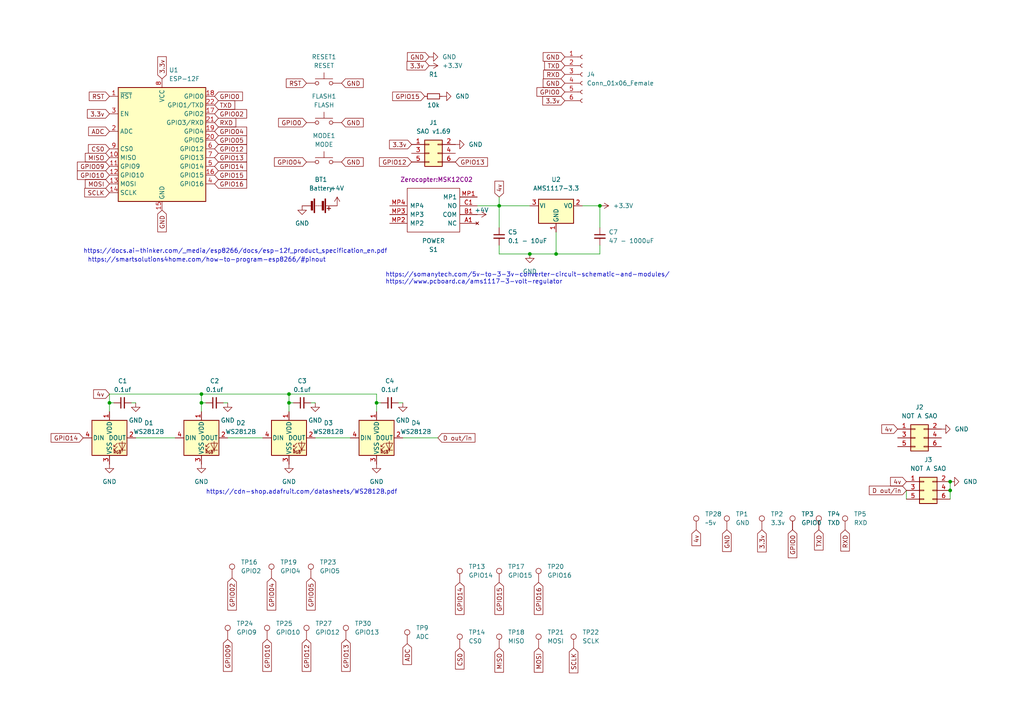
<source format=kicad_sch>
(kicad_sch (version 20211123) (generator eeschema)
  (paper "A4")
  (title_block (title "WICCON 2023 Badge") (date "2023-08-26") (rev "1.0"))
  (lib_symbols
    (symbol "Connector:Conn_01x06_Female" (pin_names (offset 1.016) hide)
      (property "Reference" "J" (at 0 7.62 0))
      (property "Value" "Conn_01x06_Female" (at 0 -10.16 0))
      (symbol "Conn_01x06_Female_1_1"
        (arc (start 0 -7.112) (mid -0.508 -7.62) (end 0 -8.128) (stroke (width 0.1524)))
        (arc (start 0 -4.572) (mid -0.508 -5.08) (end 0 -5.588) (stroke (width 0.1524)))
        (arc (start 0 -2.032) (mid -0.508 -2.54) (end 0 -3.048) (stroke (width 0.1524)))
        (polyline (pts (xy -1.27 -7.62) (xy -0.508 -7.62)) (stroke (width 0.1524)))
        (polyline (pts (xy -1.27 -5.08) (xy -0.508 -5.08)) (stroke (width 0.1524)))
        (polyline (pts (xy -1.27 -2.54) (xy -0.508 -2.54)) (stroke (width 0.1524)))
        (polyline (pts (xy -1.27 0) (xy -0.508 0)) (stroke (width 0.1524)))
        (polyline (pts (xy -1.27 2.54) (xy -0.508 2.54)) (stroke (width 0.1524)))
        (polyline (pts (xy -1.27 5.08) (xy -0.508 5.08)) (stroke (width 0.1524)))
        (arc (start 0 0.508) (mid -0.508 0) (end 0 -0.508) (stroke (width 0.1524)))
        (arc (start 0 3.048) (mid -0.508 2.54) (end 0 2.032) (stroke (width 0.1524)))
        (arc (start 0 5.588) (mid -0.508 5.08) (end 0 4.572) (stroke (width 0.1524)))
        (pin passive line (at -5.08 5.08 0) (length 3.81) (name "Pin_1") (number "1"))
        (pin passive line (at -5.08 2.54 0) (length 3.81) (name "Pin_2") (number "2"))
        (pin passive line (at -5.08 0 0) (length 3.81) (name "Pin_3") (number "3"))
        (pin passive line (at -5.08 -2.54 0) (length 3.81) (name "Pin_4") (number "4"))
        (pin passive line (at -5.08 -5.08 0) (length 3.81) (name "Pin_5") (number "5"))
        (pin passive line (at -5.08 -7.62 0) (length 3.81) (name "Pin_6") (number "6"))
      )
    )
    (symbol "Connector:TestPoint" (pin_numbers hide) (pin_names (offset 0.762) hide)
      (property "Reference" "TP" (at 0 6.858 0))
      (property "Value" "TestPoint" (at 0 5.08 0))
      (symbol "TestPoint_0_1"
        (circle (center 0 3.302) (radius 0.762))
      )
      (symbol "TestPoint_1_1"
        (pin passive line (at 0 0 90) (length 2.54) (name "1") (number "1"))
      )
    )
    (symbol "Connector_Generic:Conn_02x03_Odd_Even" (pin_names (offset 1.016) hide)
      (property "Reference" "J" (at 1.27 5.08 0))
      (property "Value" "Conn_02x03_Odd_Even" (at 1.27 -5.08 0))
      (symbol "Conn_02x03_Odd_Even_1_1"
        (rectangle (start -1.27 -2.413) (end 0 -2.667) (stroke (width 0.1524)))
        (rectangle (start -1.27 0.127) (end 0 -0.127) (stroke (width 0.1524)))
        (rectangle (start -1.27 2.667) (end 0 2.413) (stroke (width 0.1524)))
        (rectangle (start -1.27 3.81) (end 3.81 -3.81) (stroke (width 0.254)) (fill (type background)))
        (rectangle (start 3.81 -2.413) (end 2.54 -2.667) (stroke (width 0.1524)))
        (rectangle (start 3.81 0.127) (end 2.54 -0.127) (stroke (width 0.1524)))
        (rectangle (start 3.81 2.667) (end 2.54 2.413) (stroke (width 0.1524)))
        (pin passive line (at -5.08 2.54 0) (length 3.81) (name "Pin_1") (number "1"))
        (pin passive line (at 7.62 2.54 180) (length 3.81) (name "Pin_2") (number "2"))
        (pin passive line (at -5.08 0 0) (length 3.81) (name "Pin_3") (number "3"))
        (pin passive line (at 7.62 0 180) (length 3.81) (name "Pin_4") (number "4"))
        (pin passive line (at -5.08 -2.54 0) (length 3.81) (name "Pin_5") (number "5"))
        (pin passive line (at 7.62 -2.54 180) (length 3.81) (name "Pin_6") (number "6"))
      )
    )
    (symbol "Device:Battery" (pin_numbers hide) (pin_names (offset 0) hide)
      (property "Reference" "BT" (at 2.54 2.54 0))
      (property "Value" "Battery" (at 2.54 0 0))
      (symbol "Battery_0_1"
        (rectangle (start -2.032 -1.397) (end 2.032 -1.651) (fill (type outline)))
        (rectangle (start -2.032 1.778) (end 2.032 1.524) (fill (type outline)))
        (rectangle (start -1.3208 -1.9812) (end 1.27 -2.4892) (fill (type outline)))
        (rectangle (start -1.3208 1.1938) (end 1.27 0.6858) (fill (type outline)))
        (polyline (pts (xy 0 -1.524) (xy 0 -1.27)))
        (polyline (pts (xy 0 -1.016) (xy 0 -0.762)))
        (polyline (pts (xy 0 -0.508) (xy 0 -0.254)))
        (polyline (pts (xy 0 0) (xy 0 0.254)))
        (polyline (pts (xy 0 0.508) (xy 0 0.762)))
        (polyline (pts (xy 0 1.778) (xy 0 2.54)))
        (polyline (pts (xy 0.254 2.667) (xy 1.27 2.667)) (stroke (width 0.254)))
        (polyline (pts (xy 0.762 3.175) (xy 0.762 2.159)) (stroke (width 0.254)))
      )
      (symbol "Battery_1_1"
        (pin passive line (at 0 5.08 270) (length 2.54) (name "+") (number "1"))
        (pin passive line (at 0 -5.08 90) (length 2.54) (name "-") (number "2"))
      )
    )
    (symbol "Device:C_Small" (pin_numbers hide) (pin_names (offset 0.254) hide)
      (property "Reference" "C" (at 0.254 1.778 0))
      (property "Value" "C_Small" (at 0.254 -2.032 0))
      (symbol "C_Small_0_1"
        (polyline (pts (xy -1.524 -0.508) (xy 1.524 -0.508)) (stroke (width 0.3302)))
        (polyline (pts (xy -1.524 0.508) (xy 1.524 0.508)) (stroke (width 0.3048)))
      )
      (symbol "C_Small_1_1"
        (pin passive line (at 0 2.54 270) (length 2.032) (name "~") (number "1"))
        (pin passive line (at 0 -2.54 90) (length 2.032) (name "~") (number "2"))
      )
    )
    (symbol "Device:R_Small" (pin_numbers hide) (pin_names (offset 0.254) hide)
      (property "Reference" "R" (at 0.762 0.508 0))
      (property "Value" "R_Small" (at 0.762 -1.016 0))
      (symbol "R_Small_0_1"
        (rectangle (start -0.762 1.778) (end 0.762 -1.778) (stroke (width 0.2032)))
      )
      (symbol "R_Small_1_1"
        (pin passive line (at 0 2.54 270) (length 0.762) (name "~") (number "1"))
        (pin passive line (at 0 -2.54 90) (length 0.762) (name "~") (number "2"))
      )
    )
    (symbol "LED:WS2812B" (pin_names (offset 0.254))
      (property "Reference" "D" (at 5.08 5.715 0))
      (property "Value" "WS2812B" (at 1.27 -5.715 0))
      (symbol "WS2812B_0_0"
        (text "RGB" (at 2.286 -4.191 0) (effects (font (size 0.762 0.762))))
      )
      (symbol "WS2812B_0_1"
        (polyline (pts (xy 1.27 -3.556) (xy 1.778 -3.556)))
        (polyline (pts (xy 1.27 -2.54) (xy 1.778 -2.54)))
        (polyline (pts (xy 4.699 -3.556) (xy 2.667 -3.556)))
        (polyline (pts (xy 2.286 -2.54) (xy 1.27 -3.556) (xy 1.27 -3.048)))
        (polyline (pts (xy 2.286 -1.524) (xy 1.27 -2.54) (xy 1.27 -2.032)))
        (polyline (pts (xy 3.683 -1.016) (xy 3.683 -3.556) (xy 3.683 -4.064)))
        (polyline (pts (xy 4.699 -1.524) (xy 2.667 -1.524) (xy 3.683 -3.556) (xy 4.699 -1.524)))
        (rectangle (start 5.08 5.08) (end -5.08 -5.08) (stroke (width 0.254)) (fill (type background)))
      )
      (symbol "WS2812B_1_1"
        (pin power_in line (at 0 7.62 270) (length 2.54) (name "VDD") (number "1"))
        (pin output line (at 7.62 0 180) (length 2.54) (name "DOUT") (number "2"))
        (pin power_in line (at 0 -7.62 90) (length 2.54) (name "VSS") (number "3"))
        (pin input line (at -7.62 0 0) (length 2.54) (name "DIN") (number "4"))
      )
    )
    (symbol "MSK12C02:MSK12C02" (pin_names (offset 0.762))
      (property "Reference" "S" (at 21.59 7.62 0))
      (property "Value" "MSK12C02" (at 21.59 5.08 0))
      (symbol "MSK12C02_0_0"
        (pin no_connect line (at 0 0 0) (length 5.08) (name "NC") (number "A1"))
        (pin passive line (at 0 -2.54 0) (length 5.08) (name "COM") (number "B1"))
        (pin passive line (at 0 -5.08 0) (length 5.08) (name "NO") (number "C1"))
        (pin passive line (at 0 -7.62 0) (length 5.08) (name "MP1") (number "MP1"))
        (pin passive line (at 25.4 0 180) (length 5.08) (name "MP2") (number "MP2"))
        (pin passive line (at 25.4 -2.54 180) (length 5.08) (name "MP3") (number "MP3"))
        (pin passive line (at 25.4 -5.08 180) (length 5.08) (name "MP4") (number "MP4"))
      )
      (symbol "MSK12C02_0_1"
        (polyline (pts (xy 5.08 2.54) (xy 20.32 2.54) (xy 20.32 -10.16) (xy 5.08 -10.16) (xy 5.08 2.54)) (stroke (width 0.1524)))
      )
    )
    (symbol "RF_Module:ESP-12F"
      (property "Reference" "U" (at -12.7 19.05 0))
      (property "Value" "ESP-12F" (at 12.7 19.05 0))
      (symbol "ESP-12F_0_1"
        (rectangle (start -12.7 17.78) (end 12.7 -15.24) (stroke (width 0.254)) (fill (type background)))
      )
      (symbol "ESP-12F_1_1"
        (pin input line (at -15.24 15.24 0) (length 2.54) (name "~{RST}") (number "1"))
        (pin bidirectional line (at -15.24 -2.54 0) (length 2.54) (name "MISO") (number "10"))
        (pin bidirectional line (at -15.24 -5.08 0) (length 2.54) (name "GPIO9") (number "11"))
        (pin bidirectional line (at -15.24 -7.62 0) (length 2.54) (name "GPIO10") (number "12"))
        (pin bidirectional line (at -15.24 -10.16 0) (length 2.54) (name "MOSI") (number "13"))
        (pin bidirectional line (at -15.24 -12.7 0) (length 2.54) (name "SCLK") (number "14"))
        (pin power_in line (at 0 -17.78 90) (length 2.54) (name "GND") (number "15"))
        (pin bidirectional line (at 15.24 -7.62 180) (length 2.54) (name "GPIO15") (number "16"))
        (pin bidirectional line (at 15.24 10.16 180) (length 2.54) (name "GPIO2") (number "17"))
        (pin bidirectional line (at 15.24 15.24 180) (length 2.54) (name "GPIO0") (number "18"))
        (pin bidirectional line (at 15.24 5.08 180) (length 2.54) (name "GPIO4") (number "19"))
        (pin input line (at -15.24 5.08 0) (length 2.54) (name "ADC") (number "2"))
        (pin bidirectional line (at 15.24 2.54 180) (length 2.54) (name "GPIO5") (number "20"))
        (pin bidirectional line (at 15.24 7.62 180) (length 2.54) (name "GPIO3/RXD") (number "21"))
        (pin bidirectional line (at 15.24 12.7 180) (length 2.54) (name "GPIO1/TXD") (number "22"))
        (pin input line (at -15.24 10.16 0) (length 2.54) (name "EN") (number "3"))
        (pin bidirectional line (at 15.24 -10.16 180) (length 2.54) (name "GPIO16") (number "4"))
        (pin bidirectional line (at 15.24 -5.08 180) (length 2.54) (name "GPIO14") (number "5"))
        (pin bidirectional line (at 15.24 0 180) (length 2.54) (name "GPIO12") (number "6"))
        (pin bidirectional line (at 15.24 -2.54 180) (length 2.54) (name "GPIO13") (number "7"))
        (pin power_in line (at 0 20.32 270) (length 2.54) (name "VCC") (number "8"))
        (pin input line (at -15.24 0 0) (length 2.54) (name "CS0") (number "9"))
      )
    )
    (symbol "Regulator_Linear:AMS1117-3.3" (pin_names (offset 0.254))
      (property "Reference" "U" (at -3.81 3.175 0))
      (property "Value" "AMS1117-3.3" (at 0 3.175 0))
      (symbol "AMS1117-3.3_0_1"
        (rectangle (start -5.08 -5.08) (end 5.08 1.905) (stroke (width 0.254)) (fill (type background)))
      )
      (symbol "AMS1117-3.3_1_1"
        (pin power_in line (at 0 -7.62 90) (length 2.54) (name "GND") (number "1"))
        (pin power_out line (at 7.62 0 180) (length 2.54) (name "VO") (number "2"))
        (pin power_in line (at -7.62 0 0) (length 2.54) (name "VI") (number "3"))
      )
    )
    (symbol "Switch:SW_Push" (pin_numbers hide) (pin_names (offset 1.016) hide)
      (property "Reference" "SW" (at 1.27 2.54 0))
      (property "Value" "SW_Push" (at 0 -1.524 0))
      (symbol "SW_Push_0_1"
        (circle (center -2.032 0) (radius 0.508))
        (polyline (pts (xy 0 1.27) (xy 0 3.048)))
        (polyline (pts (xy 2.54 1.27) (xy -2.54 1.27)))
        (circle (center 2.032 0) (radius 0.508))
        (pin passive line (at -5.08 0 0) (length 2.54) (name "1") (number "1"))
        (pin passive line (at 5.08 0 180) (length 2.54) (name "2") (number "2"))
      )
    )
    (symbol "power:+3.3V" (power) (pin_names (offset 0))
      (property "Value" "+3.3V" (at 0 3.556 0))
      (symbol "+3.3V_0_1"
        (polyline (pts (xy -0.762 1.27) (xy 0 2.54)))
        (polyline (pts (xy 0 0) (xy 0 2.54)))
        (polyline (pts (xy 0 2.54) (xy 0.762 1.27)))
      )
      (symbol "+3.3V_1_1"
        (pin power_in line (at 0 0 90) (length 0) hide (name "+3.3V") (number "1"))
      )
    )
    (symbol "power:+4V" (power) (pin_names (offset 0))
      (property "Value" "+4V" (at 0 3.556 0))
      (symbol "+4V_0_1"
        (polyline (pts (xy -0.762 1.27) (xy 0 2.54)))
        (polyline (pts (xy 0 0) (xy 0 2.54)))
        (polyline (pts (xy 0 2.54) (xy 0.762 1.27)))
      )
      (symbol "+4V_1_1"
        (pin power_in line (at 0 0 90) (length 0) hide (name "+4V") (number "1"))
      )
    )
    (symbol "power:GND" (power) (pin_names (offset 0))
      (property "Value" "GND" (at 0 -3.81 0))
      (symbol "GND_0_1"
        (polyline (pts (xy 0 0) (xy 0 -1.27) (xy 1.27 -1.27) (xy 0 -2.54) (xy -1.27 -1.27) (xy 0 -1.27)))
      )
      (symbol "GND_1_1"
        (pin power_in line (at 0 0 270) (length 0) hide (name "GND") (number "1"))
      )
    )
  )
  (junction (at 144.78 59.69))
  (junction (at 275.59 139.7))
  (junction (at 31.75 116.84))
  (junction (at 109.22 116.84))
  (junction (at 83.82 116.84))
  (junction (at 161.29 73.66))
  (junction (at 58.42 114.3))
  (junction (at 83.82 114.3))
  (junction (at 275.59 142.24))
  (junction (at 153.67 73.66))
  (junction (at 58.42 116.84))
  (junction (at 173.99 59.69))
  (wire (pts (xy 173.99 71.12) (xy 173.99 73.66)))
  (wire (pts (xy 144.78 73.66) (xy 144.78 71.12)))
  (wire (pts (xy 144.78 59.69) (xy 144.78 66.04)))
  (wire (pts (xy 31.75 114.3) (xy 58.42 114.3)))
  (wire (pts (xy 66.04 127) (xy 76.2 127)))
  (wire (pts (xy 31.75 116.84) (xy 31.75 119.38)))
  (wire (pts (xy 39.37 116.84) (xy 38.1 116.84)))
  (wire (pts (xy 58.42 114.3) (xy 83.82 114.3)))
  (wire (pts (xy 39.37 127) (xy 50.8 127)))
  (wire (pts (xy 153.67 73.66) (xy 161.29 73.66)))
  (wire (pts (xy 144.78 59.69) (xy 153.67 59.69)))
  (wire (pts (xy 91.44 127) (xy 101.6 127)))
  (wire (pts (xy 161.29 73.66) (xy 173.99 73.66)))
  (wire (pts (xy 58.42 116.84) (xy 58.42 119.38)))
  (wire (pts (xy 116.84 116.84) (xy 115.57 116.84)))
  (wire (pts (xy 85.09 116.84) (xy 83.82 116.84)))
  (wire (pts (xy 83.82 114.3) (xy 109.22 114.3)))
  (wire (pts (xy 168.91 59.69) (xy 173.99 59.69)))
  (wire (pts (xy 161.29 67.31) (xy 161.29 73.66)))
  (wire (pts (xy 59.69 116.84) (xy 58.42 116.84)))
  (wire (pts (xy 275.59 139.7) (xy 275.59 142.24)))
  (wire (pts (xy 144.78 57.15) (xy 144.78 59.69)))
  (wire (pts (xy 109.22 116.84) (xy 109.22 119.38)))
  (wire (pts (xy 109.22 114.3) (xy 109.22 116.84)))
  (wire (pts (xy 31.75 114.3) (xy 31.75 116.84)))
  (wire (pts (xy 83.82 116.84) (xy 83.82 119.38)))
  (wire (pts (xy 275.59 142.24) (xy 275.59 144.78)))
  (wire (pts (xy 138.43 59.69) (xy 144.78 59.69)))
  (wire (pts (xy 262.89 142.24) (xy 262.89 144.78)))
  (wire (pts (xy 116.84 127) (xy 127 127)))
  (wire (pts (xy 66.04 116.84) (xy 64.77 116.84)))
  (wire (pts (xy 110.49 116.84) (xy 109.22 116.84)))
  (wire (pts (xy 144.78 73.66) (xy 153.67 73.66)))
  (wire (pts (xy 91.44 116.84) (xy 90.17 116.84)))
  (wire (pts (xy 58.42 114.3) (xy 58.42 116.84)))
  (wire (pts (xy 33.02 116.84) (xy 31.75 116.84)))
  (wire (pts (xy 83.82 114.3) (xy 83.82 116.84)))
  (wire (pts (xy 173.99 66.04) (xy 173.99 59.69)))
  (text "https://somanytech.com/5v-to-3-3v-converter-circuit-schematic-and-modules/\nhttps://www.pcboard.ca/ams1117-3-volt-regulator\n" (at 111.76 82.55 0) (effects (font (size 1.27 1.27)) (justify left bottom)))
  (text "https://docs.ai-thinker.com/_media/esp8266/docs/esp-12f_product_specification_en.pdf" (at 24.13 73.66 0) (effects (font (size 1.27 1.27)) (justify left bottom)))
  (text "https://smartsolutions4home.com/how-to-program-esp8266/#pinout" (at 25.4 76.2 0) (effects (font (size 1.27 1.27)) (justify left bottom)))
  (text "https://cdn-shop.adafruit.com/datasheets/WS2812B.pdf" (at 59.69 143.51 0) (effects (font (size 1.27 1.27)) (justify left bottom)))
  (global_label "3.3v" (shape input) (at 220.98 153.67 270) (property "Intersheet References" "${INTERSHEET_REFS}" (effects hide)))
  (global_label "RXD" (shape input) (at 62.23 35.56 0) (property "Intersheet References" "${INTERSHEET_REFS}" (effects hide)))
  (global_label "4v" (shape input) (at 31.75 114.3 180) (property "Intersheet References" "${INTERSHEET_REFS}" (effects hide)))
  (global_label "TXD" (shape input) (at 237.49 153.67 270) (property "Intersheet References" "${INTERSHEET_REFS}" (effects hide)))
  (global_label "3.3v" (shape input) (at 163.83 29.21 180) (property "Intersheet References" "${INTERSHEET_REFS}" (effects hide)))
  (global_label "GPIO02" (shape input) (at 62.23 33.02 0) (property "Intersheet References" "${INTERSHEET_REFS}" (effects hide)))
  (global_label "GND" (shape input) (at 46.99 60.96 270) (property "Intersheet References" "${INTERSHEET_REFS}" (effects hide)))
  (global_label "GPIO16" (shape input) (at 156.21 168.91 270) (property "Intersheet References" "${INTERSHEET_REFS}" (effects hide)))
  (global_label "TXD" (shape input) (at 163.83 19.05 180) (property "Intersheet References" "${INTERSHEET_REFS}" (effects hide)))
  (global_label "SCLK" (shape input) (at 166.37 187.96 270) (property "Intersheet References" "${INTERSHEET_REFS}" (effects hide)))
  (global_label "GPIO16" (shape input) (at 62.23 53.34 0) (property "Intersheet References" "${INTERSHEET_REFS}" (effects hide)))
  (global_label "D out{slash}in" (shape input) (at 127 127 0) (property "Intersheet References" "${INTERSHEET_REFS}" (effects hide)))
  (global_label "3.3v" (shape input) (at 31.75 33.02 180) (property "Intersheet References" "${INTERSHEET_REFS}" (effects hide)))
  (global_label "GPIO15" (shape input) (at 123.19 27.94 180) (property "Intersheet References" "${INTERSHEET_REFS}" (effects hide)))
  (global_label "GPIO12" (shape input) (at 119.38 46.99 180) (property "Intersheet References" "${INTERSHEET_REFS}" (effects hide)))
  (global_label "MISO" (shape input) (at 144.78 187.96 270) (property "Intersheet References" "${INTERSHEET_REFS}" (effects hide)))
  (global_label "GND" (shape input) (at 163.83 24.13 180) (property "Intersheet References" "${INTERSHEET_REFS}" (effects hide)))
  (global_label "GPIO05" (shape input) (at 90.17 167.64 270) (property "Intersheet References" "${INTERSHEET_REFS}" (effects hide)))
  (global_label "MISO" (shape input) (at 31.75 45.72 180) (property "Intersheet References" "${INTERSHEET_REFS}" (effects hide)))
  (global_label "GND" (shape input) (at 124.46 16.51 180) (property "Intersheet References" "${INTERSHEET_REFS}" (effects hide)))
  (global_label "GPIO02" (shape input) (at 67.31 167.64 270) (property "Intersheet References" "${INTERSHEET_REFS}" (effects hide)))
  (global_label "GPIO04" (shape input) (at 62.23 38.1 0) (property "Intersheet References" "${INTERSHEET_REFS}" (effects hide)))
  (global_label "GPIO0" (shape input) (at 163.83 26.67 180) (property "Intersheet References" "${INTERSHEET_REFS}" (effects hide)))
  (global_label "GPIO13" (shape input) (at 100.33 185.42 270) (property "Intersheet References" "${INTERSHEET_REFS}" (effects hide)))
  (global_label "GPIO15" (shape input) (at 62.23 50.8 0) (property "Intersheet References" "${INTERSHEET_REFS}" (effects hide)))
  (global_label "GPIO14" (shape input) (at 62.23 48.26 0) (property "Intersheet References" "${INTERSHEET_REFS}" (effects hide)))
  (global_label "D out{slash}in" (shape input) (at 262.89 142.24 180) (property "Intersheet References" "${INTERSHEET_REFS}" (effects hide)))
  (global_label "GPIO10" (shape input) (at 31.75 50.8 180) (property "Intersheet References" "${INTERSHEET_REFS}" (effects hide)))
  (global_label "GND" (shape input) (at 99.06 24.13 0) (property "Intersheet References" "${INTERSHEET_REFS}" (effects hide)))
  (global_label "GPIO12" (shape input) (at 88.9 185.42 270) (property "Intersheet References" "${INTERSHEET_REFS}" (effects hide)))
  (global_label "3.3v" (shape input) (at 124.46 19.05 180) (property "Intersheet References" "${INTERSHEET_REFS}" (effects hide)))
  (global_label "GPIO04" (shape input) (at 78.74 167.64 270) (property "Intersheet References" "${INTERSHEET_REFS}" (effects hide)))
  (global_label "GPIO09" (shape input) (at 31.75 48.26 180) (property "Intersheet References" "${INTERSHEET_REFS}" (effects hide)))
  (global_label "RXD" (shape input) (at 245.11 153.67 270) (property "Intersheet References" "${INTERSHEET_REFS}" (effects hide)))
  (global_label "4v" (shape input) (at 201.93 153.67 270) (property "Intersheet References" "${INTERSHEET_REFS}" (effects hide)))
  (global_label "GPIO05" (shape input) (at 62.23 40.64 0) (property "Intersheet References" "${INTERSHEET_REFS}" (effects hide)))
  (global_label "GND" (shape input) (at 99.06 35.56 0) (property "Intersheet References" "${INTERSHEET_REFS}" (effects hide)))
  (global_label "CS0" (shape input) (at 31.75 43.18 180) (property "Intersheet References" "${INTERSHEET_REFS}" (effects hide)))
  (global_label "GPIO14" (shape input) (at 24.13 127 180) (property "Intersheet References" "${INTERSHEET_REFS}" (effects hide)))
  (global_label "RST" (shape input) (at 31.75 27.94 180) (property "Intersheet References" "${INTERSHEET_REFS}" (effects hide)))
  (global_label "GPIO14" (shape input) (at 133.35 168.91 270) (property "Intersheet References" "${INTERSHEET_REFS}" (effects hide)))
  (global_label "GPIO13" (shape input) (at 62.23 45.72 0) (property "Intersheet References" "${INTERSHEET_REFS}" (effects hide)))
  (global_label "ADC" (shape input) (at 118.11 186.69 270) (property "Intersheet References" "${INTERSHEET_REFS}" (effects hide)))
  (global_label "3.3v" (shape input) (at 119.38 41.91 180) (property "Intersheet References" "${INTERSHEET_REFS}" (effects hide)))
  (global_label "GPIO15" (shape input) (at 144.78 168.91 270) (property "Intersheet References" "${INTERSHEET_REFS}" (effects hide)))
  (global_label "GPIO04" (shape input) (at 88.9 46.99 180) (property "Intersheet References" "${INTERSHEET_REFS}" (effects hide)))
  (global_label "GPIO09" (shape input) (at 66.04 185.42 270) (property "Intersheet References" "${INTERSHEET_REFS}" (effects hide)))
  (global_label "GND" (shape input) (at 210.82 153.67 270) (property "Intersheet References" "${INTERSHEET_REFS}" (effects hide)))
  (global_label "GPIO10" (shape input) (at 77.47 185.42 270) (property "Intersheet References" "${INTERSHEET_REFS}" (effects hide)))
  (global_label "3.3v" (shape input) (at 46.99 22.86 90) (property "Intersheet References" "${INTERSHEET_REFS}" (effects hide)))
  (global_label "GND" (shape input) (at 163.83 16.51 180) (property "Intersheet References" "${INTERSHEET_REFS}" (effects hide)))
  (global_label "4v" (shape input) (at 144.78 57.15 90) (property "Intersheet References" "${INTERSHEET_REFS}" (effects hide)))
  (global_label "4v" (shape input) (at 262.89 139.7 180) (property "Intersheet References" "${INTERSHEET_REFS}" (effects hide)))
  (global_label "CS0" (shape input) (at 133.35 187.96 270) (property "Intersheet References" "${INTERSHEET_REFS}" (effects hide)))
  (global_label "TXD" (shape input) (at 62.23 30.48 0) (property "Intersheet References" "${INTERSHEET_REFS}" (effects hide)))
  (global_label "MOSI" (shape input) (at 31.75 53.34 180) (property "Intersheet References" "${INTERSHEET_REFS}" (effects hide)))
  (global_label "ADC" (shape input) (at 31.75 38.1 180) (property "Intersheet References" "${INTERSHEET_REFS}" (effects hide)))
  (global_label "SCLK" (shape input) (at 31.75 55.88 180) (property "Intersheet References" "${INTERSHEET_REFS}" (effects hide)))
  (global_label "GPIO0" (shape input) (at 229.87 153.67 270) (property "Intersheet References" "${INTERSHEET_REFS}" (effects hide)))
  (global_label "4v" (shape input) (at 260.35 124.46 180) (property "Intersheet References" "${INTERSHEET_REFS}" (effects hide)))
  (global_label "GPIO12" (shape input) (at 62.23 43.18 0) (property "Intersheet References" "${INTERSHEET_REFS}" (effects hide)))
  (global_label "RST" (shape input) (at 88.9 24.13 180) (property "Intersheet References" "${INTERSHEET_REFS}" (effects hide)))
  (global_label "MOSI" (shape input) (at 156.21 187.96 270) (property "Intersheet References" "${INTERSHEET_REFS}" (effects hide)))
  (global_label "GPIO0" (shape input) (at 62.23 27.94 0) (property "Intersheet References" "${INTERSHEET_REFS}" (effects hide)))
  (global_label "GND" (shape input) (at 99.06 46.99 0) (property "Intersheet References" "${INTERSHEET_REFS}" (effects hide)))
  (global_label "GPIO13" (shape input) (at 132.08 46.99 0) (property "Intersheet References" "${INTERSHEET_REFS}" (effects hide)))
  (global_label "GPIO0" (shape input) (at 88.9 35.56 180) (property "Intersheet References" "${INTERSHEET_REFS}" (effects hide)))
  (global_label "RXD" (shape input) (at 163.83 21.59 180) (property "Intersheet References" "${INTERSHEET_REFS}" (effects hide)))
  (symbol (lib_id "Device:C_Small") (at 144.78 68.58 0) (unit 1)
    (property "Reference" "C5" (at 147.32 67.3162 0) (effects (justify left)))
    (property "Value" "0.1 - 10uF" (at 147.32 69.8562 0) (effects (justify left)))
    (property "Footprint" "Capacitor_SMD:C_0805_2012Metric_Pad1.18x1.45mm_HandSolder" (effects hide))
  )
  (symbol (lib_id "Connector:TestPoint") (at 237.49 153.67 0) (unit 1)
    (property "Reference" "TP4" (at 240.03 149.0979 0) (effects (justify left)))
    (property "Value" "TXD" (at 240.03 151.6379 0) (effects (justify left)))
    (property "Footprint" "TestPoint:TestPoint_Pad_4.0x4.0mm" (effects hide))
  )
  (symbol (lib_id "Device:Battery") (at 92.71 59.69 270) (unit 1)
    (property "Reference" "BT1" (at 93.091 52.07 90))
    (property "Value" "Battery" (at 93.091 54.61 90))
    (property "Footprint" "Zerocopter:Battery_holder_3AA" (effects hide))
  )
  (symbol (lib_id "Connector:TestPoint") (at 67.31 167.64 0) (unit 1)
    (property "Reference" "TP16" (at 69.85 163.0679 0) (effects (justify left)))
    (property "Value" "GPIO2" (at 69.85 165.6079 0) (effects (justify left)))
    (property "Footprint" "TestPoint:TestPoint_Pad_4.0x4.0mm" (effects hide))
  )
  (symbol (lib_id "Connector:TestPoint") (at 229.87 153.67 0) (unit 1)
    (property "Reference" "TP3" (at 232.41 149.0979 0) (effects (justify left)))
    (property "Value" "GPIO0" (at 232.41 151.6379 0) (effects (justify left)))
    (property "Footprint" "TestPoint:TestPoint_Pad_4.0x4.0mm" (effects hide))
  )
  (symbol (lib_id "Regulator_Linear:AMS1117-3.3") (at 161.29 59.69 0) (unit 1)
    (property "Reference" "U2" (at 161.29 52.07 0))
    (property "Value" "AMS1117-3.3" (at 161.29 54.61 0))
    (property "Footprint" "Package_TO_SOT_SMD:SOT-223-3_TabPin2" (effects hide))
    (property "Datasheet" "http://www.advanced-monolithic.com/pdf/ds1117.pdf" (effects hide))
  )
  (symbol (lib_id "Connector:TestPoint") (at 201.93 153.67 0) (unit 1)
    (property "Reference" "TP28" (at 204.47 149.0979 0) (effects (justify left)))
    (property "Value" "~5v" (at 204.47 151.6379 0) (effects (justify left)))
    (property "Footprint" "TestPoint:TestPoint_Pad_4.0x4.0mm" (effects hide))
  )
  (symbol (lib_id "Connector:TestPoint") (at 133.35 168.91 0) (unit 1)
    (property "Reference" "TP13" (at 135.89 164.3379 0) (effects (justify left)))
    (property "Value" "GPIO14" (at 135.89 166.8779 0) (effects (justify left)))
    (property "Footprint" "TestPoint:TestPoint_Pad_4.0x4.0mm" (effects hide))
  )
  (symbol (lib_id "RF_Module:ESP-12F") (at 46.99 43.18 0) (unit 1)
    (property "Reference" "U1" (at 49.0094 20.32 0) (effects (justify left)))
    (property "Value" "ESP-12F" (at 49.0094 22.86 0) (effects (justify left)))
    (property "Footprint" "RF_Module:ESP-12E" (effects hide))
    (property "Datasheet" "http://wiki.ai-thinker.com/_media/esp8266/esp8266_series_modules_user_manual_v1.1.pdf" (effects hide))
  )
  (symbol (lib_id "Connector:Conn_01x06_Female") (at 168.91 21.59 0) (unit 1)
    (property "Reference" "J4" (at 170.18 21.5899 0) (effects (justify left)))
    (property "Value" "Conn_01x06_Female" (at 170.18 24.1299 0) (effects (justify left)))
    (property "Footprint" "Connector_Harting:Harting_har-flexicon_14110413010xxx_1x04-MP_P2.54mm_Horizontal" (effects hide))
  )
  (symbol (lib_id "Connector:TestPoint") (at 118.11 186.69 0) (unit 1)
    (property "Reference" "TP9" (at 120.65 182.1179 0) (effects (justify left)))
    (property "Value" "ADC" (at 120.65 184.6579 0) (effects (justify left)))
    (property "Footprint" "TestPoint:TestPoint_Pad_4.0x4.0mm" (effects hide))
  )
  (symbol (lib_id "LED:WS2812B") (at 58.42 127 0) (unit 1)
    (property "Reference" "D2" (at 69.85 122.6693 0))
    (property "Value" "WS2812B" (at 69.85 125.2093 0))
    (property "Footprint" "LED_SMD:LED_WS2812B_PLCC4_5.0x5.0mm_P3.2mm" (effects hide))
    (property "Datasheet" "https://cdn-shop.adafruit.com/datasheets/WS2812B.pdf" (effects hide))
  )
  (symbol (lib_id "Device:C_Small") (at 62.23 116.84 90) (unit 1)
    (property "Reference" "C2" (at 62.2363 110.49 90))
    (property "Value" "0.1uf" (at 62.2363 113.03 90))
    (property "Footprint" "Resistor_SMD:R_0805_2012Metric" (effects hide))
  )
  (symbol (lib_id "power:GND") (at 116.84 116.84 0) (unit 1)
    (property "Reference" "#PWR0111" (effects hide))
    (property "Value" "GND" (at 116.84 121.92 0))
  )
  (symbol (lib_id "power:GND") (at 87.63 59.69 0) (unit 1)
    (property "Reference" "#PWR0122" (effects hide))
    (property "Value" "GND" (at 87.63 64.77 0))
  )
  (symbol (lib_id "power:GND") (at 275.59 139.7 90) (unit 1)
    (property "Reference" "#PWR0131" (effects hide))
    (property "Value" "GND" (at 279.4 139.6999 90) (effects (justify right)))
  )
  (symbol (lib_id "power:GND") (at 58.42 134.62 0) (unit 1)
    (property "Reference" "#PWR0101" (effects hide))
    (property "Value" "GND" (at 58.42 139.7 0))
  )
  (symbol (lib_id "power:GND") (at 124.46 16.51 90) (unit 1)
    (property "Reference" "#PWR0118" (effects hide))
    (property "Value" "GND" (at 128.27 16.5099 90) (effects (justify right)))
  )
  (symbol (lib_id "Switch:SW_Push") (at 93.98 46.99 0) (unit 1)
    (property "Reference" "MODE1" (at 93.98 39.37 0))
    (property "Value" "MODE" (at 93.98 41.91 0))
    (property "Footprint" "Zerocopter:sw_tactile_4x4" (effects hide))
  )
  (symbol (lib_id "Connector_Generic:Conn_02x03_Odd_Even") (at 265.43 127 0) (unit 1)
    (property "Reference" "J2" (at 266.7 118.11 0))
    (property "Value" "NOT A SAO" (at 266.7 120.65 0))
    (property "Footprint" "Connector_PinSocket_2.54mm:PinSocket_2x03_P2.54mm_Vertical" (effects hide))
  )
  (symbol (lib_id "Connector_Generic:Conn_02x03_Odd_Even") (at 124.46 44.45 0) (unit 1)
    (property "Reference" "J1" (at 125.73 35.56 0))
    (property "Value" "SAO v1.69" (at 125.73 38.1 0))
    (property "Footprint" "Connector_PinSocket_2.54mm:PinSocket_2x03_P2.54mm_Vertical" (effects hide))
  )
  (symbol (lib_id "Device:R_Small") (at 125.73 27.94 270) (unit 1)
    (property "Reference" "R1" (at 125.73 21.59 90))
    (property "Value" "10k" (at 125.73 30.48 90))
    (property "Footprint" "Resistor_SMD:R_0805_2012Metric_Pad1.20x1.40mm_HandSolder" (effects hide))
  )
  (symbol (lib_id "power:GND") (at 66.04 116.84 0) (unit 1)
    (property "Reference" "#PWR0102" (effects hide))
    (property "Value" "GND" (at 66.04 121.92 0))
  )
  (symbol (lib_id "Connector:TestPoint") (at 133.35 187.96 0) (unit 1)
    (property "Reference" "TP14" (at 135.89 183.3879 0) (effects (justify left)))
    (property "Value" "CS0" (at 135.89 185.9279 0) (effects (justify left)))
    (property "Footprint" "TestPoint:TestPoint_Pad_4.0x4.0mm" (effects hide))
  )
  (symbol (lib_id "power:+3.3V") (at 124.46 19.05 270) (unit 1)
    (property "Reference" "#PWR0119" (effects hide))
    (property "Value" "+3.3V" (at 128.27 19.0499 90) (effects (justify left)))
  )
  (symbol (lib_id "power:+4V") (at 97.79 59.69 0) (unit 1)
    (property "Reference" "#PWR0121" (effects hide))
    (property "Value" "+4V" (at 97.79 54.61 0))
  )
  (symbol (lib_id "Connector:TestPoint") (at 100.33 185.42 0) (unit 1)
    (property "Reference" "TP30" (at 102.87 180.8479 0) (effects (justify left)))
    (property "Value" "GPIO13" (at 102.87 183.3879 0) (effects (justify left)))
    (property "Footprint" "TestPoint:TestPoint_Pad_4.0x4.0mm" (effects hide))
  )
  (symbol (lib_id "power:GND") (at 31.75 134.62 0) (unit 1)
    (property "Reference" "#PWR0103" (effects hide))
    (property "Value" "GND" (at 31.75 139.7 0))
  )
  (symbol (lib_id "power:GND") (at 153.67 73.66 0) (unit 1)
    (property "Reference" "#PWR0117" (effects hide))
    (property "Value" "GND" (at 153.67 78.74 0))
  )
  (symbol (lib_id "power:+4V") (at 138.43 62.23 270) (unit 1)
    (property "Reference" "#PWR0114" (effects hide))
    (property "Value" "+4V" (at 139.7 60.96 90))
  )
  (symbol (lib_id "Connector:TestPoint") (at 78.74 167.64 0) (unit 1)
    (property "Reference" "TP19" (at 81.28 163.0679 0) (effects (justify left)))
    (property "Value" "GPIO4" (at 81.28 165.6079 0) (effects (justify left)))
    (property "Footprint" "TestPoint:TestPoint_Pad_4.0x4.0mm" (effects hide))
  )
  (symbol (lib_id "Device:C_Small") (at 113.03 116.84 90) (unit 1)
    (property "Reference" "C4" (at 113.0363 110.49 90))
    (property "Value" "0.1uf" (at 113.0363 113.03 90))
    (property "Footprint" "Resistor_SMD:R_0805_2012Metric" (effects hide))
  )
  (symbol (lib_id "LED:WS2812B") (at 109.22 127 0) (unit 1)
    (property "Reference" "D4" (at 120.65 122.6693 0))
    (property "Value" "WS2812B" (at 120.65 125.2093 0))
    (property "Footprint" "LED_SMD:LED_WS2812B_PLCC4_5.0x5.0mm_P3.2mm" (effects hide))
    (property "Datasheet" "https://cdn-shop.adafruit.com/datasheets/WS2812B.pdf" (effects hide))
  )
  (symbol (lib_id "power:GND") (at 91.44 116.84 0) (unit 1)
    (property "Reference" "#PWR0109" (effects hide))
    (property "Value" "GND" (at 91.44 121.92 0))
  )
  (symbol (lib_id "power:GND") (at 128.27 27.94 90) (unit 1)
    (property "Reference" "#PWR0106" (effects hide))
    (property "Value" "GND" (at 132.08 27.9401 90) (effects (justify right)))
  )
  (symbol (lib_id "Device:C_Small") (at 173.99 68.58 0) (unit 1)
    (property "Reference" "C7" (at 176.53 67.3162 0) (effects (justify left)))
    (property "Value" "47 - 1000uF" (at 176.53 69.8562 0) (effects (justify left)))
    (property "Footprint" "Capacitor_SMD:C_0805_2012Metric_Pad1.18x1.45mm_HandSolder" (effects hide))
  )
  (symbol (lib_id "power:GND") (at 39.37 116.84 0) (unit 1)
    (property "Reference" "#PWR0105" (effects hide))
    (property "Value" "GND" (at 39.37 121.92 0))
  )
  (symbol (lib_id "power:GND") (at 109.22 134.62 0) (unit 1)
    (property "Reference" "#PWR0115" (effects hide))
    (property "Value" "GND" (at 109.22 139.7 0))
  )
  (symbol (lib_id "Connector:TestPoint") (at 88.9 185.42 0) (unit 1)
    (property "Reference" "TP27" (at 91.44 180.8479 0) (effects (justify left)))
    (property "Value" "GPIO12" (at 91.44 183.3879 0) (effects (justify left)))
    (property "Footprint" "TestPoint:TestPoint_Pad_4.0x4.0mm" (effects hide))
  )
  (symbol (lib_id "MSK12C02:MSK12C02") (at 138.43 64.77 180) (unit 1)
    (property "Reference" "S1" (at 125.73 72.39 0))
    (property "Value" "POWER" (at 125.73 69.85 0))
    (property "Footprint" "Zerocopter:MSK12C02" (at 137.16 52.07 0) (effects (justify left)))
    (property "Datasheet" "https://shouhan.en.made-in-china.com/product/xsMEmqgOAXWB/China-Slide-Switch-Msk12c02-Slide-Switch-on-off-2-Position-1p2t-Spdt-Miniature-Horizontal-SMD-7p-Slide-Switch.html" (effects hide))
    (property "Description" "SMD Toggle Switches" (effects hide))
    (property "Height" "1.4" (effects hide))
    (property "Manufacturer_Name" "Shou Han" (effects hide))
    (property "Manufacturer_Part_Number" "MSK12C02" (effects hide))
  )
  (symbol (lib_id "Connector_Generic:Conn_02x03_Odd_Even") (at 267.97 142.24 0) (unit 1)
    (property "Reference" "J3" (at 269.24 133.35 0))
    (property "Value" "NOT A SAO" (at 269.24 135.89 0))
    (property "Footprint" "Connector_PinSocket_2.54mm:PinSocket_2x03_P2.54mm_Vertical" (effects hide))
  )
  (symbol (lib_id "Connector:TestPoint") (at 90.17 167.64 0) (unit 1)
    (property "Reference" "TP23" (at 92.71 163.0679 0) (effects (justify left)))
    (property "Value" "GPIO5" (at 92.71 165.6079 0) (effects (justify left)))
    (property "Footprint" "TestPoint:TestPoint_Pad_4.0x4.0mm" (effects hide))
  )
  (symbol (lib_id "Connector:TestPoint") (at 66.04 185.42 0) (unit 1)
    (property "Reference" "TP24" (at 68.58 180.8479 0) (effects (justify left)))
    (property "Value" "GPIO9" (at 68.58 183.3879 0) (effects (justify left)))
    (property "Footprint" "TestPoint:TestPoint_Pad_4.0x4.0mm" (effects hide))
  )
  (symbol (lib_id "Connector:TestPoint") (at 156.21 187.96 0) (unit 1)
    (property "Reference" "TP21" (at 158.75 183.3879 0) (effects (justify left)))
    (property "Value" "MOSI" (at 158.75 185.9279 0) (effects (justify left)))
    (property "Footprint" "TestPoint:TestPoint_Pad_4.0x4.0mm" (effects hide))
  )
  (symbol (lib_id "Connector:TestPoint") (at 220.98 153.67 0) (unit 1)
    (property "Reference" "TP2" (at 223.52 149.0979 0) (effects (justify left)))
    (property "Value" "3.3v" (at 223.52 151.6379 0) (effects (justify left)))
    (property "Footprint" "TestPoint:TestPoint_Pad_4.0x4.0mm" (effects hide))
  )
  (symbol (lib_id "Switch:SW_Push") (at 93.98 35.56 0) (unit 1)
    (property "Reference" "FLASH1" (at 93.98 27.94 0))
    (property "Value" "FLASH" (at 93.98 30.48 0))
    (property "Footprint" "Zerocopter:sw_tactile_4x4" (effects hide))
  )
  (symbol (lib_id "Connector:TestPoint") (at 166.37 187.96 0) (unit 1)
    (property "Reference" "TP22" (at 168.91 183.3879 0) (effects (justify left)))
    (property "Value" "SCLK" (at 168.91 185.9279 0) (effects (justify left)))
    (property "Footprint" "TestPoint:TestPoint_Pad_4.0x4.0mm" (effects hide))
  )
  (symbol (lib_id "Connector:TestPoint") (at 144.78 187.96 0) (unit 1)
    (property "Reference" "TP18" (at 147.32 183.3879 0) (effects (justify left)))
    (property "Value" "MISO" (at 147.32 185.9279 0) (effects (justify left)))
    (property "Footprint" "TestPoint:TestPoint_Pad_4.0x4.0mm" (effects hide))
  )
  (symbol (lib_id "Connector:TestPoint") (at 210.82 153.67 0) (unit 1)
    (property "Reference" "TP1" (at 213.36 149.0979 0) (effects (justify left)))
    (property "Value" "GND" (at 213.36 151.6379 0) (effects (justify left)))
    (property "Footprint" "TestPoint:TestPoint_Pad_4.0x4.0mm" (effects hide))
  )
  (symbol (lib_id "power:GND") (at 83.82 134.62 0) (unit 1)
    (property "Reference" "#PWR0108" (effects hide))
    (property "Value" "GND" (at 83.82 139.7 0))
  )
  (symbol (lib_id "Switch:SW_Push") (at 93.98 24.13 0) (unit 1)
    (property "Reference" "RESET1" (at 93.98 16.51 0))
    (property "Value" "RESET" (at 93.98 19.05 0))
    (property "Footprint" "Zerocopter:sw_tactile_4x4" (effects hide))
  )
  (symbol (lib_id "Connector:TestPoint") (at 144.78 168.91 0) (unit 1)
    (property "Reference" "TP17" (at 147.32 164.3379 0) (effects (justify left)))
    (property "Value" "GPIO15" (at 147.32 166.8779 0) (effects (justify left)))
    (property "Footprint" "TestPoint:TestPoint_Pad_4.0x4.0mm" (effects hide))
  )
  (symbol (lib_id "power:+3.3V") (at 173.99 59.69 270) (unit 1)
    (property "Reference" "#PWR0123" (effects hide))
    (property "Value" "+3.3V" (at 177.8 59.6899 90) (effects (justify left)))
  )
  (symbol (lib_id "power:GND") (at 132.08 41.91 90) (unit 1)
    (property "Reference" "#PWR0127" (effects hide))
    (property "Value" "GND" (at 135.89 41.9099 90) (effects (justify right)))
  )
  (symbol (lib_id "Connector:TestPoint") (at 77.47 185.42 0) (unit 1)
    (property "Reference" "TP25" (at 80.01 180.8479 0) (effects (justify left)))
    (property "Value" "GPIO10" (at 80.01 183.3879 0) (effects (justify left)))
    (property "Footprint" "TestPoint:TestPoint_Pad_4.0x4.0mm" (effects hide))
  )
  (symbol (lib_id "LED:WS2812B") (at 83.82 127 0) (unit 1)
    (property "Reference" "D3" (at 95.25 122.6693 0))
    (property "Value" "WS2812B" (at 95.25 125.2093 0))
    (property "Footprint" "LED_SMD:LED_WS2812B_PLCC4_5.0x5.0mm_P3.2mm" (effects hide))
    (property "Datasheet" "https://cdn-shop.adafruit.com/datasheets/WS2812B.pdf" (effects hide))
  )
  (symbol (lib_id "LED:WS2812B") (at 31.75 127 0) (unit 1)
    (property "Reference" "D1" (at 43.18 122.6693 0))
    (property "Value" "WS2812B" (at 43.18 125.2093 0))
    (property "Footprint" "LED_SMD:LED_WS2812B_PLCC4_5.0x5.0mm_P3.2mm" (effects hide))
    (property "Datasheet" "https://cdn-shop.adafruit.com/datasheets/WS2812B.pdf" (effects hide))
  )
  (symbol (lib_id "Connector:TestPoint") (at 156.21 168.91 0) (unit 1)
    (property "Reference" "TP20" (at 158.75 164.3379 0) (effects (justify left)))
    (property "Value" "GPIO16" (at 158.75 166.8779 0) (effects (justify left)))
    (property "Footprint" "TestPoint:TestPoint_Pad_4.0x4.0mm" (effects hide))
  )
  (symbol (lib_id "Device:C_Small") (at 87.63 116.84 90) (unit 1)
    (property "Reference" "C3" (at 87.6363 110.49 90))
    (property "Value" "0.1uf" (at 87.6363 113.03 90))
    (property "Footprint" "Resistor_SMD:R_0805_2012Metric" (effects hide))
  )
  (symbol (lib_id "Device:C_Small") (at 35.56 116.84 90) (unit 1)
    (property "Reference" "C1" (at 35.5663 110.49 90))
    (property "Value" "0.1uf" (at 35.5663 113.03 90))
    (property "Footprint" "Resistor_SMD:R_0805_2012Metric" (effects hide))
  )
  (symbol (lib_id "power:GND") (at 273.05 124.46 90) (unit 1)
    (property "Reference" "#PWR0130" (effects hide))
    (property "Value" "GND" (at 276.86 124.4599 90) (effects (justify right)))
  )
  (symbol (lib_id "Connector:TestPoint") (at 245.11 153.67 0) (unit 1)
    (property "Reference" "TP5" (at 247.65 149.0979 0) (effects (justify left)))
    (property "Value" "RXD" (at 247.65 151.6379 0) (effects (justify left)))
    (property "Footprint" "TestPoint:TestPoint_Pad_4.0x4.0mm" (effects hide))
  )
)
</source>
